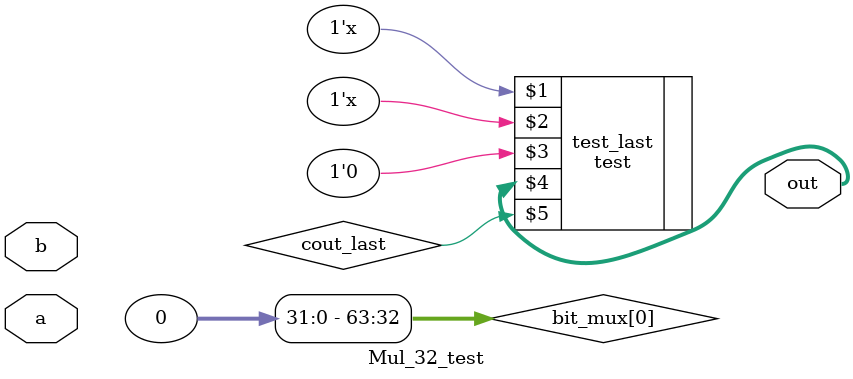
<source format=v>


`include "test.v"

/* module  Mul_32_test_top (a,b,out,clk,rst);
 input [31:0]a;
 input [31:0]b;
output reg [63:0]out;
input clk;
input rst;
wire [63:0] out_w;
Mul_32_test  u0 (a,b,out_w);
always @(posedge clk ) begin
    if (rst) begin
        out<=0;
    end
    else begin
     out<= out_w;
    end
end
endmodule*/

module Mul_32_test (
    a,b,out
);
input [31:0] a;
input [31:0] b;
output  [63:0] out;
// input clk , rst;


wire [63:0] bit_mux [31:0] ;
assign bit_mux[0]=(a[0])?b:0;
assign bit_mux[1]=(a[1])?{b,1'b0}:0;
assign bit_mux[2]=(a[2])?{b,2'b0}:0;
assign bit_mux[3]=(a[3])?{b,3'b0}:0;
assign bit_mux[4]=(a[4])?{b,4'b0}:0;
assign bit_mux[5]=(a[5])?{b,5'b0}:0;
assign bit_mux[6]=(a[6])?{b,6'b0}:0;
assign bit_mux[7]=(a[7])?{b,7'b0}:0;
assign bit_mux[8]=(a[8])?{b,8'b0}:0;
assign bit_mux[9]=(a[9])?{b,9'b0}:0;
assign bit_mux[10]=(a[10])?{b,10'b0}:0;
assign bit_mux[11]=(a[11])?{b,11'b0}:0;
assign bit_mux[12]=(a[12])?{b,12'b0}:0;
assign bit_mux[13]=(a[13])?{b,13'b0}:0;
assign bit_mux[14]=(a[14])?{b,14'b0}:0;
assign bit_mux[15]=(a[15])?{b,15'b0}:0;
assign bit_mux[16]=(a[16])?{b,16'b0}:0;
assign bit_mux[17]=(a[17])?{b,17'b0}:0;
assign bit_mux[18]=(a[18])?{b,18'b0}:0;
assign bit_mux[19]=(a[19])?{b,19'b0}:0;
assign bit_mux[20]=(a[20])?{b,20'b0}:0;
assign bit_mux[21]=(a[21])?{b,21'b0}:0;
assign bit_mux[22]=(a[22])?{b,22'b0}:0;
assign bit_mux[23]=(a[23])?{b,23'b0}:0;
assign bit_mux[24]=(a[24])?{b,24'b0}:0;
assign bit_mux[25]=(a[25])?{b,25'b0}:0;
assign bit_mux[26]=(a[26])?{b,26'b0}:0;
assign bit_mux[27]=(a[27])?{b,27'b0}:0;
assign bit_mux[28]=(a[28])?{b,28'b0}:0;
assign bit_mux[29]=(a[29])?{b,29'b0}:0;
assign bit_mux[30]=(a[30])?{b,30'b0}:0;
assign bit_mux[31]=(a[31])?{b,31'b0}:0;

    wire [63:0] bit_level2_sum[15:0];
    wire cout_2;
    test test_2_0 (bit_mux[0],bit_mux[1],1'b0,bit_level2_sum[0],cout_2);
test test_2_1 (bit_mux[2],bit_mux[3],1'b0,bit_level2_sum[1],cout_2);
test test_2_2 (bit_mux[4],bit_mux[5],1'b0,bit_level2_sum[2],cout_2);
test test_2_3 (bit_mux[6],bit_mux[7],1'b0,bit_level2_sum[3],cout_2);
test test_2_4 (bit_mux[8],bit_mux[9],1'b0,bit_level2_sum[4],cout_2);
test test_2_5 (bit_mux[10],bit_mux[11],1'b0,bit_level2_sum[5],cout_2);
test test_2_6 (bit_mux[12],bit_mux[13],1'b0,bit_level2_sum[6],cout_2);
test test_2_7 (bit_mux[14],bit_mux[15],1'b0,bit_level2_sum[7],cout_2);
test test_2_8 (bit_mux[16],bit_mux[17],1'b0,bit_level2_sum[8],cout_2);
test test_2_9 (bit_mux[18],bit_mux[19],1'b0,bit_level2_sum[9],cout_2);
test test_2_10 (bit_mux[20],bit_mux[21],1'b0,bit_level2_sum[10],cout_2);
test test_2_11 (bit_mux[22],bit_mux[23],1'b0,bit_level2_sum[11],cout_2);
test test_2_12 (bit_mux[24],bit_mux[25],1'b0,bit_level2_sum[12],cout_2);
test test_2_13 (bit_mux[26],bit_mux[27],1'b0,bit_level2_sum[13],cout_2);
test test_2_14 (bit_mux[28],bit_mux[29],1'b0,bit_level2_sum[14],cout_2);
test test_2_15 (bit_mux[30],bit_mux[31],1'b0,bit_level2_sum[15],cout_2);

    wire [63:0] bit_level3_sum[7:0];
    wire cout_3;
    test test_3_0 (bit_level2_sum[0],bit_level2_sum[1],1'b0,bit_level3_sum[0],cout_3);
test test_3_1 (bit_level2_sum[2],bit_level2_sum[3],1'b0,bit_level3_sum[1],cout_3);
test test_3_2 (bit_level2_sum[4],bit_level2_sum[5],1'b0,bit_level3_sum[2],cout_3);
test test_3_3 (bit_level2_sum[6],bit_level2_sum[7],1'b0,bit_level3_sum[3],cout_3);
test test_3_4 (bit_level2_sum[8],bit_level2_sum[9],1'b0,bit_level3_sum[4],cout_3);
test test_3_5 (bit_level2_sum[10],bit_level2_sum[11],1'b0,bit_level3_sum[5],cout_3);
test test_3_6 (bit_level2_sum[12],bit_level2_sum[13],1'b0,bit_level3_sum[6],cout_3);
test test_3_7 (bit_level2_sum[14],bit_level2_sum[15],1'b0,bit_level3_sum[7],cout_3);

    wire [63:0] bit_level4_sum[3:0];
    wire cout_4;
    test test_4_0 (bit_level3_sum[0],bit_level3_sum[1],1'b0,bit_level4_sum[0],cout_4);
test test_4_1 (bit_level3_sum[2],bit_level3_sum[3],1'b0,bit_level4_sum[1],cout_4);
test test_4_2 (bit_level3_sum[4],bit_level3_sum[5],1'b0,bit_level4_sum[2],cout_4);
test test_4_3 (bit_level3_sum[6],bit_level3_sum[7],1'b0,bit_level4_sum[3],cout_4);

    wire [63:0] bit_level5_sum[1:0];
    wire cout_5;
    test test_5_0 (bit_level4_sum[0],bit_level4_sum[1],1'b0,bit_level5_sum[0],cout_5);
test test_5_1 (bit_level4_sum[2],bit_level4_sum[3],1'b0,bit_level5_sum[1],cout_5);

wire cout_last;
test test_last (bit_level5_mux[0],bit_level5_mux[1],1'b0,out,cout_last);
endmodule

</source>
